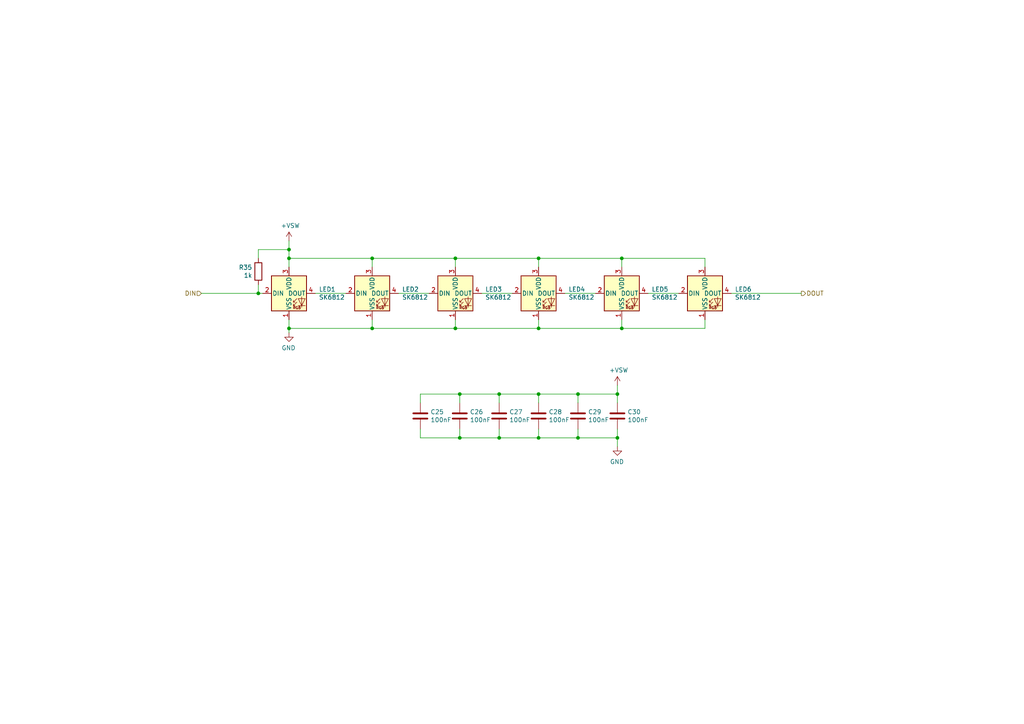
<source format=kicad_sch>
(kicad_sch (version 20230221) (generator eeschema)
  (paper "A4")
  (lib_symbols
    (symbol "Device:C" (pin_numbers hide) (pin_names (offset 0.254))
      (property "Reference" "C" (at 0.635 2.54 0))
      (property "Value" "C" (at 0.635 -2.54 0))
      (symbol "C_0_1"
        (polyline (pts (xy -2.032 -0.762) (xy 2.032 -0.762)) (stroke (width 0.508)))
        (polyline (pts (xy -2.032 0.762) (xy 2.032 0.762)) (stroke (width 0.508)))
      )
      (symbol "C_1_1"
        (pin passive line (at 0 3.81 270) (length 2.794) (name "~") (number "1"))
        (pin passive line (at 0 -3.81 90) (length 2.794) (name "~") (number "2"))
      )
    )
    (symbol "Device:R" (pin_numbers hide) (pin_names (offset 0))
      (property "Reference" "R" (at 2.032 0 90))
      (property "Value" "R" (at 0 0 90))
      (symbol "R_0_1"
        (rectangle (start -1.016 -2.54) (end 1.016 2.54) (stroke (width 0.254)))
      )
      (symbol "R_1_1"
        (pin passive line (at 0 3.81 270) (length 1.27) (name "~") (number "1"))
        (pin passive line (at 0 -3.81 90) (length 1.27) (name "~") (number "2"))
      )
    )
    (symbol "LED:SK6812" (pin_names (offset 0.254))
      (property "Reference" "D" (at 5.08 5.715 0))
      (property "Value" "SK6812" (at 1.27 -5.715 0))
      (symbol "SK6812_0_0"
        (text "RGB" (at 2.286 -4.191 0) (effects (font (size 0.762 0.762))))
      )
      (symbol "SK6812_0_1"
        (polyline (pts (xy 1.27 -3.556) (xy 1.778 -3.556)))
        (polyline (pts (xy 1.27 -2.54) (xy 1.778 -2.54)))
        (polyline (pts (xy 4.699 -3.556) (xy 2.667 -3.556)))
        (polyline (pts (xy 2.286 -2.54) (xy 1.27 -3.556) (xy 1.27 -3.048)))
        (polyline (pts (xy 2.286 -1.524) (xy 1.27 -2.54) (xy 1.27 -2.032)))
        (polyline (pts (xy 3.683 -1.016) (xy 3.683 -3.556) (xy 3.683 -4.064)))
        (polyline (pts (xy 4.699 -1.524) (xy 2.667 -1.524) (xy 3.683 -3.556) (xy 4.699 -1.524)))
        (rectangle (start 5.08 5.08) (end -5.08 -5.08) (stroke (width 0.254)) (fill (type background)))
      )
      (symbol "SK6812_1_1"
        (pin power_in line (at 0 -7.62 90) (length 2.54) (name "VSS") (number "1"))
        (pin input line (at -7.62 0 0) (length 2.54) (name "DIN") (number "2"))
        (pin power_in line (at 0 7.62 270) (length 2.54) (name "VDD") (number "3"))
        (pin output line (at 7.62 0 180) (length 2.54) (name "DOUT") (number "4"))
      )
    )
    (symbol "power:+VSW" (power) (pin_names (offset 0))
      (property "Value" "+VSW" (at 0 3.556 0))
      (symbol "+VSW_0_1"
        (polyline (pts (xy -0.762 1.27) (xy 0 2.54)))
        (polyline (pts (xy 0 0) (xy 0 2.54)))
        (polyline (pts (xy 0 2.54) (xy 0.762 1.27)))
      )
      (symbol "+VSW_1_1"
        (pin power_in line (at 0 0 90) (length 0) hide (name "+VSW") (number "1"))
      )
    )
    (symbol "power:GND" (power) (pin_names (offset 0))
      (property "Value" "GND" (at 0 -3.81 0))
      (symbol "GND_0_1"
        (polyline (pts (xy 0 0) (xy 0 -1.27) (xy 1.27 -1.27) (xy 0 -2.54) (xy -1.27 -1.27) (xy 0 -1.27)))
      )
      (symbol "GND_1_1"
        (pin power_in line (at 0 0 270) (length 0) hide (name "GND") (number "1"))
      )
    )
  )
  (junction (at 132.08 74.93))
  (junction (at 167.64 114.3))
  (junction (at 156.21 95.25))
  (junction (at 107.95 74.93))
  (junction (at 133.35 114.3))
  (junction (at 156.21 114.3))
  (junction (at 107.95 95.25))
  (junction (at 180.34 95.25))
  (junction (at 83.82 72.39))
  (junction (at 156.21 74.93))
  (junction (at 83.82 95.25))
  (junction (at 133.35 127))
  (junction (at 156.21 127))
  (junction (at 179.07 114.3))
  (junction (at 144.78 114.3))
  (junction (at 179.07 127))
  (junction (at 167.64 127))
  (junction (at 180.34 74.93))
  (junction (at 83.82 74.93))
  (junction (at 132.08 95.25))
  (junction (at 74.93 85.09))
  (junction (at 144.78 127))
  (wire (pts (xy 83.82 69.85) (xy 83.82 72.39)))
  (wire (pts (xy 212.09 85.09) (xy 232.41 85.09)))
  (wire (pts (xy 133.35 127) (xy 144.78 127)))
  (wire (pts (xy 167.64 124.46) (xy 167.64 127)))
  (wire (pts (xy 107.95 74.93) (xy 132.08 74.93)))
  (wire (pts (xy 187.96 85.09) (xy 196.85 85.09)))
  (wire (pts (xy 121.92 124.46) (xy 121.92 127)))
  (wire (pts (xy 167.64 127) (xy 179.07 127)))
  (wire (pts (xy 132.08 77.47) (xy 132.08 74.93)))
  (wire (pts (xy 121.92 114.3) (xy 121.92 116.84)))
  (wire (pts (xy 167.64 114.3) (xy 156.21 114.3)))
  (wire (pts (xy 156.21 95.25) (xy 180.34 95.25)))
  (wire (pts (xy 144.78 127) (xy 156.21 127)))
  (wire (pts (xy 83.82 74.93) (xy 107.95 74.93)))
  (wire (pts (xy 156.21 127) (xy 167.64 127)))
  (wire (pts (xy 180.34 74.93) (xy 204.47 74.93)))
  (wire (pts (xy 179.07 127) (xy 179.07 129.54)))
  (wire (pts (xy 180.34 95.25) (xy 180.34 92.71)))
  (wire (pts (xy 74.93 74.93) (xy 74.93 72.39)))
  (wire (pts (xy 83.82 95.25) (xy 107.95 95.25)))
  (wire (pts (xy 167.64 116.84) (xy 167.64 114.3)))
  (wire (pts (xy 107.95 77.47) (xy 107.95 74.93)))
  (wire (pts (xy 179.07 127) (xy 179.07 124.46)))
  (wire (pts (xy 107.95 95.25) (xy 132.08 95.25)))
  (wire (pts (xy 132.08 74.93) (xy 156.21 74.93)))
  (wire (pts (xy 121.92 127) (xy 133.35 127)))
  (wire (pts (xy 180.34 95.25) (xy 204.47 95.25)))
  (wire (pts (xy 204.47 95.25) (xy 204.47 92.71)))
  (wire (pts (xy 132.08 95.25) (xy 156.21 95.25)))
  (wire (pts (xy 139.7 85.09) (xy 148.59 85.09)))
  (wire (pts (xy 156.21 95.25) (xy 156.21 92.71)))
  (wire (pts (xy 163.83 85.09) (xy 172.72 85.09)))
  (wire (pts (xy 180.34 77.47) (xy 180.34 74.93)))
  (wire (pts (xy 144.78 116.84) (xy 144.78 114.3)))
  (wire (pts (xy 179.07 114.3) (xy 167.64 114.3)))
  (wire (pts (xy 74.93 72.39) (xy 83.82 72.39)))
  (wire (pts (xy 156.21 116.84) (xy 156.21 114.3)))
  (wire (pts (xy 179.07 111.76) (xy 179.07 114.3)))
  (wire (pts (xy 156.21 77.47) (xy 156.21 74.93)))
  (wire (pts (xy 156.21 124.46) (xy 156.21 127)))
  (wire (pts (xy 204.47 74.93) (xy 204.47 77.47)))
  (wire (pts (xy 76.2 85.09) (xy 74.93 85.09)))
  (wire (pts (xy 156.21 74.93) (xy 180.34 74.93)))
  (wire (pts (xy 83.82 72.39) (xy 83.82 74.93)))
  (wire (pts (xy 74.93 82.55) (xy 74.93 85.09)))
  (wire (pts (xy 156.21 114.3) (xy 144.78 114.3)))
  (wire (pts (xy 144.78 114.3) (xy 133.35 114.3)))
  (wire (pts (xy 83.82 96.52) (xy 83.82 95.25)))
  (wire (pts (xy 58.42 85.09) (xy 74.93 85.09)))
  (wire (pts (xy 133.35 114.3) (xy 121.92 114.3)))
  (wire (pts (xy 133.35 116.84) (xy 133.35 114.3)))
  (wire (pts (xy 132.08 95.25) (xy 132.08 92.71)))
  (wire (pts (xy 133.35 124.46) (xy 133.35 127)))
  (wire (pts (xy 107.95 95.25) (xy 107.95 92.71)))
  (wire (pts (xy 83.82 74.93) (xy 83.82 77.47)))
  (wire (pts (xy 179.07 114.3) (xy 179.07 116.84)))
  (wire (pts (xy 91.44 85.09) (xy 100.33 85.09)))
  (wire (pts (xy 144.78 124.46) (xy 144.78 127)))
  (wire (pts (xy 115.57 85.09) (xy 124.46 85.09)))
  (wire (pts (xy 83.82 95.25) (xy 83.82 92.71)))
  (hierarchical_label "DIN" (shape input) (at 58.42 85.09 180))
  (hierarchical_label "DOUT" (shape output) (at 232.41 85.09 0))
  (symbol (lib_id "Device:C") (at 121.92 120.65 0) (unit 1)
    (property "Reference" "C25" (at 124.841 119.4816 0) (effects (justify left)))
    (property "Value" "100nF" (at 124.841 121.793 0) (effects (justify left)))
    (property "Footprint" "Capacitor_SMD:C_0402_1005Metric" (effects hide))
  )
  (symbol (lib_id "Device:C") (at 133.35 120.65 0) (unit 1)
    (property "Reference" "C26" (at 136.271 119.4816 0) (effects (justify left)))
    (property "Value" "100nF" (at 136.271 121.793 0) (effects (justify left)))
    (property "Footprint" "Capacitor_SMD:C_0402_1005Metric" (effects hide))
  )
  (symbol (lib_id "Device:C") (at 144.78 120.65 0) (unit 1)
    (property "Reference" "C27" (at 147.701 119.4816 0) (effects (justify left)))
    (property "Value" "100nF" (at 147.701 121.793 0) (effects (justify left)))
    (property "Footprint" "Capacitor_SMD:C_0402_1005Metric" (effects hide))
  )
  (symbol (lib_id "Device:C") (at 156.21 120.65 0) (unit 1)
    (property "Reference" "C28" (at 159.131 119.4816 0) (effects (justify left)))
    (property "Value" "100nF" (at 159.131 121.793 0) (effects (justify left)))
    (property "Footprint" "Capacitor_SMD:C_0402_1005Metric" (effects hide))
  )
  (symbol (lib_id "Device:C") (at 167.64 120.65 0) (unit 1)
    (property "Reference" "C29" (at 170.561 119.4816 0) (effects (justify left)))
    (property "Value" "100nF" (at 170.561 121.793 0) (effects (justify left)))
    (property "Footprint" "Capacitor_SMD:C_0402_1005Metric" (effects hide))
  )
  (symbol (lib_id "Device:C") (at 179.07 120.65 0) (unit 1)
    (property "Reference" "C30" (at 181.991 119.4816 0) (effects (justify left)))
    (property "Value" "100nF" (at 181.991 121.793 0) (effects (justify left)))
    (property "Footprint" "Capacitor_SMD:C_0402_1005Metric" (effects hide))
  )
  (symbol (lib_id "power:+VSW") (at 179.07 111.76 0) (unit 1)
    (property "Reference" "#PWR065" (effects hide))
    (property "Value" "+VSW" (at 179.451 107.3658 0))
  )
  (symbol (lib_id "power:GND") (at 179.07 129.54 0) (mirror y) (unit 1)
    (property "Reference" "#PWR066" (effects hide))
    (property "Value" "GND" (at 178.943 133.9342 0))
  )
  (symbol (lib_id "power:GND") (at 83.82 96.52 0) (mirror y) (unit 1)
    (property "Reference" "#PWR064" (effects hide))
    (property "Value" "GND" (at 83.693 100.9142 0))
  )
  (symbol (lib_id "Device:R") (at 74.93 78.74 0) (mirror y) (unit 1)
    (property "Reference" "R35" (at 73.152 77.5716 0) (effects (justify left)))
    (property "Value" "1k" (at 73.152 79.883 0) (effects (justify left)))
    (property "Footprint" "Resistor_SMD:R_0402_1005Metric" (effects hide))
  )
  (symbol (lib_id "power:+VSW") (at 83.82 69.85 0) (unit 1)
    (property "Reference" "#PWR063" (effects hide))
    (property "Value" "+VSW" (at 84.201 65.4558 0))
  )
  (symbol (lib_id "LED:SK6812") (at 83.82 85.09 0) (unit 1)
    (property "Reference" "LED1" (at 92.4814 83.9216 0) (effects (justify left)))
    (property "Value" "SK6812" (at 92.4814 86.233 0) (effects (justify left)))
    (property "Footprint" "jeffmakes-footprints:LED_SK6812MINI_PLCC4_3.5x3.5mm_P1.75mm_no_silk" (effects hide))
    (property "Datasheet" "https://cdn-shop.adafruit.com/datasheets/WS2812B.pdf" (effects hide))
    (instances (project "tr23-badge-r1" (path "" (reference "LED1") (unit 1)) (path "" (reference "D?") (unit 1))))
  )
  (symbol (lib_id "LED:SK6812") (at 107.95 85.09 0) (unit 1)
    (property "Reference" "LED2" (at 116.6114 83.9216 0) (effects (justify left)))
    (property "Value" "SK6812" (at 116.6114 86.233 0) (effects (justify left)))
    (property "Footprint" "jeffmakes-footprints:LED_SK6812MINI_PLCC4_3.5x3.5mm_P1.75mm_no_silk" (effects hide))
    (property "Datasheet" "https://cdn-shop.adafruit.com/datasheets/WS2812B.pdf" (effects hide))
    (instances (project "tr23-badge-r1" (path "" (reference "LED2") (unit 1)) (path "" (reference "D?") (unit 1))))
  )
  (symbol (lib_id "LED:SK6812") (at 132.08 85.09 0) (unit 1)
    (property "Reference" "LED3" (at 140.7414 83.9216 0) (effects (justify left)))
    (property "Value" "SK6812" (at 140.7414 86.233 0) (effects (justify left)))
    (property "Footprint" "jeffmakes-footprints:LED_SK6812MINI_PLCC4_3.5x3.5mm_P1.75mm_no_silk" (effects hide))
    (property "Datasheet" "https://cdn-shop.adafruit.com/datasheets/WS2812B.pdf" (effects hide))
    (instances (project "tr23-badge-r1" (path "" (reference "LED3") (unit 1)) (path "" (reference "D?") (unit 1))))
  )
  (symbol (lib_id "LED:SK6812") (at 156.21 85.09 0) (unit 1)
    (property "Reference" "LED4" (at 164.8714 83.9216 0) (effects (justify left)))
    (property "Value" "SK6812" (at 164.8714 86.233 0) (effects (justify left)))
    (property "Footprint" "jeffmakes-footprints:LED_SK6812MINI_PLCC4_3.5x3.5mm_P1.75mm_no_silk" (effects hide))
    (property "Datasheet" "https://cdn-shop.adafruit.com/datasheets/WS2812B.pdf" (effects hide))
    (instances (project "tr23-badge-r1" (path "" (reference "LED4") (unit 1)) (path "" (reference "D?") (unit 1))))
  )
  (symbol (lib_id "LED:SK6812") (at 180.34 85.09 0) (unit 1)
    (property "Reference" "LED5" (at 189.0014 83.9216 0) (effects (justify left)))
    (property "Value" "SK6812" (at 189.0014 86.233 0) (effects (justify left)))
    (property "Footprint" "jeffmakes-footprints:LED_SK6812MINI_PLCC4_3.5x3.5mm_P1.75mm_no_silk" (effects hide))
    (property "Datasheet" "https://cdn-shop.adafruit.com/datasheets/WS2812B.pdf" (effects hide))
    (instances (project "tr23-badge-r1" (path "" (reference "LED5") (unit 1)) (path "" (reference "D?") (unit 1))))
  )
  (symbol (lib_id "LED:SK6812") (at 204.47 85.09 0) (unit 1)
    (property "Reference" "LED6" (at 213.1314 83.9216 0) (effects (justify left)))
    (property "Value" "SK6812" (at 213.1314 86.233 0) (effects (justify left)))
    (property "Footprint" "jeffmakes-footprints:LED_SK6812MINI_PLCC4_3.5x3.5mm_P1.75mm_no_silk" (effects hide))
    (property "Datasheet" "https://cdn-shop.adafruit.com/datasheets/WS2812B.pdf" (effects hide))
    (instances (project "tr23-badge-r1" (path "" (reference "LED6") (unit 1)) (path "" (reference "D?") (unit 1))))
  )
)
</source>
